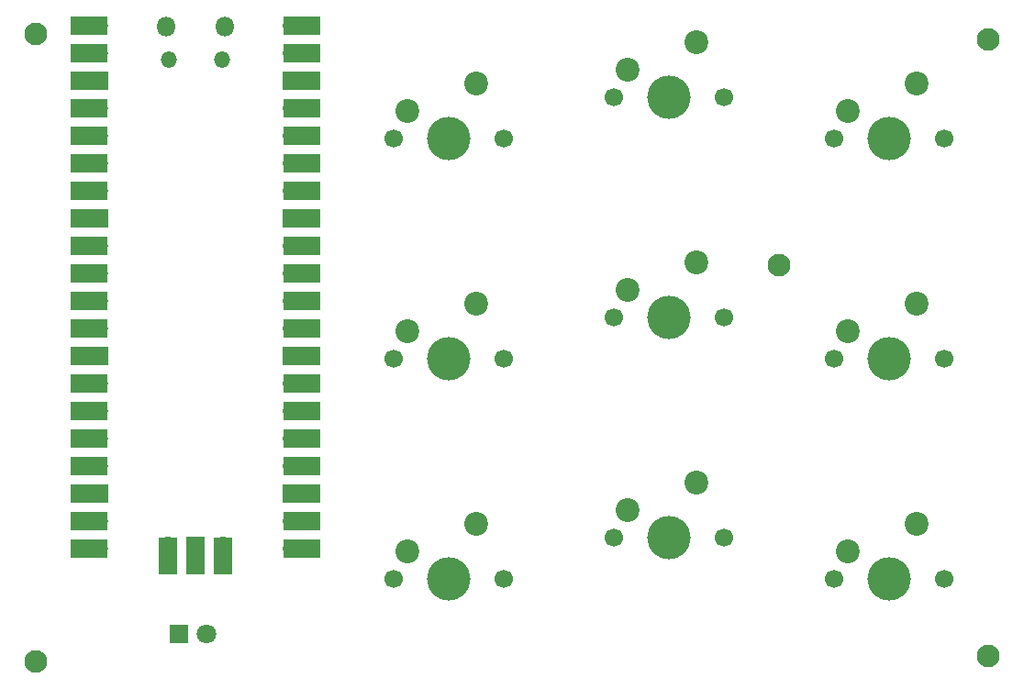
<source format=gbr>
%TF.GenerationSoftware,KiCad,Pcbnew,(5.1.12)-1*%
%TF.CreationDate,2021-12-08T14:13:04+05:30*%
%TF.ProjectId,macropad,6d616372-6f70-4616-942e-6b696361645f,rev?*%
%TF.SameCoordinates,Original*%
%TF.FileFunction,Soldermask,Bot*%
%TF.FilePolarity,Negative*%
%FSLAX46Y46*%
G04 Gerber Fmt 4.6, Leading zero omitted, Abs format (unit mm)*
G04 Created by KiCad (PCBNEW (5.1.12)-1) date 2021-12-08 14:13:04*
%MOMM*%
%LPD*%
G01*
G04 APERTURE LIST*
%ADD10C,2.100000*%
%ADD11R,1.800000X1.800000*%
%ADD12C,1.800000*%
%ADD13C,2.200000*%
%ADD14C,4.000000*%
%ADD15C,1.700000*%
%ADD16O,1.700000X1.700000*%
%ADD17R,1.700000X1.700000*%
%ADD18R,3.500000X1.700000*%
%ADD19O,1.800000X1.800000*%
%ADD20O,1.500000X1.500000*%
%ADD21R,1.700000X3.500000*%
G04 APERTURE END LIST*
D10*
%TO.C,REF\u002A\u002A*%
X137160000Y-77724000D03*
%TD*%
%TO.C,REF\u002A\u002A*%
X68580000Y-56388000D03*
%TD*%
%TO.C,REF\u002A\u002A*%
X156464000Y-113792000D03*
%TD*%
%TO.C,REF\u002A\u002A*%
X156464000Y-56896000D03*
%TD*%
%TO.C,REF\u002A\u002A*%
X68580000Y-114300000D03*
%TD*%
D11*
%TO.C,D1*%
X81788000Y-111760000D03*
D12*
X84328000Y-111760000D03*
%TD*%
D13*
%TO.C,SW1*%
X109220000Y-60960000D03*
X102870000Y-63500000D03*
D14*
X106680000Y-66040000D03*
D15*
X101600000Y-66040000D03*
X111760000Y-66040000D03*
%TD*%
%TO.C,SW2*%
X132080000Y-62230000D03*
X121920000Y-62230000D03*
D14*
X127000000Y-62230000D03*
D13*
X123190000Y-59690000D03*
X129540000Y-57150000D03*
%TD*%
%TO.C,SW3*%
X149860000Y-60960000D03*
X143510000Y-63500000D03*
D14*
X147320000Y-66040000D03*
D15*
X142240000Y-66040000D03*
X152400000Y-66040000D03*
%TD*%
%TO.C,SW4*%
X111760000Y-86360000D03*
X101600000Y-86360000D03*
D14*
X106680000Y-86360000D03*
D13*
X102870000Y-83820000D03*
X109220000Y-81280000D03*
%TD*%
%TO.C,SW5*%
X129540000Y-77470000D03*
X123190000Y-80010000D03*
D14*
X127000000Y-82550000D03*
D15*
X121920000Y-82550000D03*
X132080000Y-82550000D03*
%TD*%
%TO.C,SW6*%
X152400000Y-86360000D03*
X142240000Y-86360000D03*
D14*
X147320000Y-86360000D03*
D13*
X143510000Y-83820000D03*
X149860000Y-81280000D03*
%TD*%
%TO.C,SW7*%
X109220000Y-101600000D03*
X102870000Y-104140000D03*
D14*
X106680000Y-106680000D03*
D15*
X101600000Y-106680000D03*
X111760000Y-106680000D03*
%TD*%
%TO.C,SW8*%
X132080000Y-102870000D03*
X121920000Y-102870000D03*
D14*
X127000000Y-102870000D03*
D13*
X123190000Y-100330000D03*
X129540000Y-97790000D03*
%TD*%
%TO.C,SW9*%
X149860000Y-101600000D03*
X143510000Y-104140000D03*
D14*
X147320000Y-106680000D03*
D15*
X142240000Y-106680000D03*
X152400000Y-106680000D03*
%TD*%
D16*
%TO.C,U1*%
X92202000Y-55626000D03*
X92202000Y-58166000D03*
D17*
X92202000Y-60706000D03*
D16*
X92202000Y-63246000D03*
X92202000Y-65786000D03*
X92202000Y-68326000D03*
X92202000Y-70866000D03*
D17*
X92202000Y-73406000D03*
D16*
X92202000Y-75946000D03*
X92202000Y-78486000D03*
X92202000Y-81026000D03*
X92202000Y-83566000D03*
D17*
X92202000Y-86106000D03*
D16*
X92202000Y-88646000D03*
X92202000Y-91186000D03*
X92202000Y-93726000D03*
X92202000Y-96266000D03*
D17*
X92202000Y-98806000D03*
D16*
X92202000Y-101346000D03*
X92202000Y-103886000D03*
X74422000Y-103886000D03*
X74422000Y-101346000D03*
D17*
X74422000Y-98806000D03*
D16*
X74422000Y-96266000D03*
X74422000Y-93726000D03*
X74422000Y-91186000D03*
X74422000Y-88646000D03*
D17*
X74422000Y-86106000D03*
D16*
X74422000Y-83566000D03*
X74422000Y-81026000D03*
X74422000Y-78486000D03*
X74422000Y-75946000D03*
D17*
X74422000Y-73406000D03*
D16*
X74422000Y-70866000D03*
X74422000Y-68326000D03*
X74422000Y-65786000D03*
X74422000Y-63246000D03*
D17*
X74422000Y-60706000D03*
D16*
X74422000Y-58166000D03*
X74422000Y-55626000D03*
D18*
X93102000Y-55626000D03*
X93102000Y-58166000D03*
X93102000Y-60706000D03*
X93102000Y-63246000D03*
X93102000Y-65786000D03*
X93102000Y-68326000D03*
X93102000Y-70866000D03*
X93102000Y-73406000D03*
X93102000Y-75946000D03*
X93102000Y-78486000D03*
X93102000Y-81026000D03*
X93102000Y-83566000D03*
X93102000Y-86106000D03*
X93102000Y-88646000D03*
X93102000Y-91186000D03*
X93102000Y-93726000D03*
X93102000Y-96266000D03*
X93102000Y-98806000D03*
X93102000Y-101346000D03*
X93102000Y-103886000D03*
X73522000Y-55626000D03*
X73522000Y-58166000D03*
X73522000Y-60706000D03*
X73522000Y-63246000D03*
X73522000Y-65786000D03*
X73522000Y-68326000D03*
X73522000Y-70866000D03*
X73522000Y-73406000D03*
X73522000Y-75946000D03*
X73522000Y-78486000D03*
X73522000Y-81026000D03*
X73522000Y-83566000D03*
X73522000Y-86106000D03*
X73522000Y-88646000D03*
X73522000Y-91186000D03*
X73522000Y-93726000D03*
X73522000Y-96266000D03*
X73522000Y-98806000D03*
X73522000Y-101346000D03*
X73522000Y-103886000D03*
D19*
X86037000Y-55756000D03*
X80587000Y-55756000D03*
D20*
X85737000Y-58786000D03*
X80887000Y-58786000D03*
D21*
X85852000Y-104556000D03*
D16*
X85852000Y-103656000D03*
D21*
X83312000Y-104556000D03*
D17*
X83312000Y-103656000D03*
D21*
X80772000Y-104556000D03*
D16*
X80772000Y-103656000D03*
%TD*%
M02*

</source>
